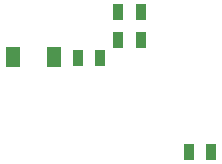
<source format=gbr>
%TF.GenerationSoftware,KiCad,Pcbnew,7.0.7-7.0.7~ubuntu23.04.1*%
%TF.CreationDate,2023-09-17T09:29:20+00:00*%
%TF.ProjectId,I2CHUB01,49324348-5542-4303-912e-6b696361645f,rev?*%
%TF.SameCoordinates,Original*%
%TF.FileFunction,Paste,Bot*%
%TF.FilePolarity,Positive*%
%FSLAX46Y46*%
G04 Gerber Fmt 4.6, Leading zero omitted, Abs format (unit mm)*
G04 Created by KiCad (PCBNEW 7.0.7-7.0.7~ubuntu23.04.1) date 2023-09-17 09:29:20*
%MOMM*%
%LPD*%
G01*
G04 APERTURE LIST*
%ADD10R,0.889000X1.397000*%
%ADD11R,1.300480X1.699260*%
G04 APERTURE END LIST*
D10*
%TO.C,C1*%
X7683500Y24320500D03*
X9588500Y24320500D03*
%TD*%
%TO.C,C2*%
X17081500Y16383000D03*
X18986500Y16383000D03*
%TD*%
D11*
%TO.C,D1*%
X2186940Y24384000D03*
X5687060Y24384000D03*
%TD*%
D10*
%TO.C,R1*%
X11112500Y28194000D03*
X13017500Y28194000D03*
%TD*%
%TO.C,R2*%
X11112500Y25844500D03*
X13017500Y25844500D03*
%TD*%
M02*

</source>
